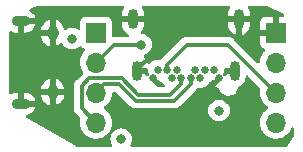
<source format=gbr>
%TF.GenerationSoftware,KiCad,Pcbnew,(6.0.0)*%
%TF.CreationDate,2022-07-25T11:20:30-04:00*%
%TF.ProjectId,dual_model_u,6475616c-5f6d-46f6-9465-6c5f752e6b69,rev?*%
%TF.SameCoordinates,Original*%
%TF.FileFunction,Copper,L4,Bot*%
%TF.FilePolarity,Positive*%
%FSLAX46Y46*%
G04 Gerber Fmt 4.6, Leading zero omitted, Abs format (unit mm)*
G04 Created by KiCad (PCBNEW (6.0.0)) date 2022-07-25 11:20:30*
%MOMM*%
%LPD*%
G01*
G04 APERTURE LIST*
%TA.AperFunction,ComponentPad*%
%ADD10C,0.640000*%
%TD*%
%TA.AperFunction,ComponentPad*%
%ADD11O,0.850000X1.700000*%
%TD*%
%TA.AperFunction,ComponentPad*%
%ADD12O,0.950000X1.250000*%
%TD*%
%TA.AperFunction,ComponentPad*%
%ADD13O,1.550000X0.890000*%
%TD*%
%TA.AperFunction,ComponentPad*%
%ADD14R,1.700000X1.700000*%
%TD*%
%TA.AperFunction,ComponentPad*%
%ADD15O,1.700000X1.700000*%
%TD*%
%TA.AperFunction,ViaPad*%
%ADD16C,0.800000*%
%TD*%
%TA.AperFunction,Conductor*%
%ADD17C,0.300000*%
%TD*%
G04 APERTURE END LIST*
D10*
%TO.P,J1,B1,GND*%
%TO.N,GND*%
X157220245Y-110522847D03*
%TO.P,J1,B2,TX2+*%
%TO.N,+3V3*%
X157620245Y-109822847D03*
%TO.P,J1,B3,TX2-*%
%TO.N,TX-*%
X158420245Y-109822847D03*
%TO.P,J1,B4,VBUS*%
%TO.N,VBUS*%
X158820245Y-110522847D03*
%TO.P,J1,B5,CC2*%
%TO.N,Net-(J1-PadB5)*%
X159220245Y-109822847D03*
%TO.P,J1,B6,D+*%
%TO.N,D+*%
X159620245Y-110522847D03*
%TO.P,J1,B7,D-*%
%TO.N,D-*%
X160420245Y-110522847D03*
%TO.P,J1,B8,SBU2*%
%TO.N,unconnected-(J1-PadB8)*%
X160820245Y-109822847D03*
%TO.P,J1,B9,VBUS*%
%TO.N,VBUS*%
X161220245Y-110522847D03*
%TO.P,J1,B10,RX1-*%
%TO.N,RX-*%
X161620245Y-109822847D03*
%TO.P,J1,B11,RX1+*%
%TO.N,DATA*%
X162420245Y-109822847D03*
%TO.P,J1,B12,GND*%
%TO.N,GND*%
X162820245Y-110522847D03*
D11*
%TO.P,J1,S1,SHIELD*%
X155900245Y-109932847D03*
X164140245Y-109932847D03*
X155540245Y-105532847D03*
X164510245Y-105532847D03*
%TD*%
D12*
%TO.P,J2,6,Shield*%
%TO.N,GND*%
X148720000Y-106720000D03*
X148720000Y-111720000D03*
D13*
X146020000Y-112720000D03*
X146020000Y-105720000D03*
%TD*%
D14*
%TO.P,J4,1,Pin_1*%
%TO.N,DATA*%
X152400000Y-106680000D03*
D15*
%TO.P,J4,2,Pin_2*%
%TO.N,RX-*%
X152400000Y-109220000D03*
%TO.P,J4,3,Pin_3*%
%TO.N,D-*%
X152400000Y-111760000D03*
%TO.P,J4,4,Pin_4*%
%TO.N,D+*%
X152400000Y-114300000D03*
%TD*%
D14*
%TO.P,J3,1,Pin_1*%
%TO.N,GND*%
X167640000Y-106680000D03*
D15*
%TO.P,J3,2,Pin_2*%
%TO.N,+3V3*%
X167640000Y-109220000D03*
%TO.P,J3,3,Pin_3*%
%TO.N,TX-*%
X167640000Y-111760000D03*
%TO.P,J3,4,Pin_4*%
%TO.N,VBUS*%
X167640000Y-114300000D03*
%TD*%
D16*
%TO.N,GND*%
X165100000Y-115316000D03*
X159766000Y-115316000D03*
%TO.N,VBUS*%
X150368000Y-107188000D03*
%TO.N,+3V3*%
X162814000Y-113284000D03*
%TO.N,RX-*%
X156210000Y-107696000D03*
%TO.N,Net-(J1-PadB5)*%
X154533600Y-115697000D03*
%TD*%
D17*
%TO.N,TX-*%
X160121452Y-107696000D02*
X163576000Y-107696000D01*
X158420000Y-109397452D02*
X160121452Y-107696000D01*
X163576000Y-107696000D02*
X167640000Y-111760000D01*
X158420000Y-109850000D02*
X158420000Y-109397452D01*
%TO.N,GND*%
X155900000Y-109960000D02*
X155900000Y-109784000D01*
X155900000Y-109784000D02*
X156718000Y-108966000D01*
%TO.N,D+*%
X159620000Y-111002548D02*
X158685527Y-111937021D01*
X154588183Y-110560489D02*
X151821511Y-110560489D01*
X155964715Y-111937021D02*
X154588183Y-110560489D01*
X151200489Y-111181511D02*
X151200489Y-113100489D01*
X151200489Y-113100489D02*
X152400000Y-114300000D01*
X151821511Y-110560489D02*
X151200489Y-111181511D01*
X158685527Y-111937021D02*
X155964715Y-111937021D01*
X159620000Y-110550000D02*
X159620000Y-111002548D01*
%TO.N,D-*%
X155757806Y-112436540D02*
X154381275Y-111060009D01*
X153099991Y-111060009D02*
X152400000Y-111760000D01*
X160420000Y-111002548D02*
X158986008Y-112436540D01*
X154381275Y-111060009D02*
X153099991Y-111060009D01*
X160420000Y-110550000D02*
X160420000Y-111002548D01*
X158986008Y-112436540D02*
X155757806Y-112436540D01*
%TO.N,RX-*%
X156210000Y-107696000D02*
X153924000Y-107696000D01*
X153924000Y-107696000D02*
X152400000Y-109220000D01*
%TD*%
%TA.AperFunction,Conductor*%
%TO.N,GND*%
G36*
X154724932Y-104414002D02*
G01*
X154771425Y-104467658D01*
X154781529Y-104537932D01*
X154765930Y-104583001D01*
X154686511Y-104720558D01*
X154681173Y-104732547D01*
X154624647Y-104906518D01*
X154621917Y-104919361D01*
X154607589Y-105055685D01*
X154607245Y-105062244D01*
X154607245Y-105260732D01*
X154611720Y-105275971D01*
X154613110Y-105277176D01*
X154620793Y-105278847D01*
X156455130Y-105278847D01*
X156470369Y-105274372D01*
X156471574Y-105272982D01*
X156473245Y-105265299D01*
X156473245Y-105062244D01*
X156472901Y-105055685D01*
X156458573Y-104919361D01*
X156455843Y-104906518D01*
X156399317Y-104732547D01*
X156393979Y-104720558D01*
X156314560Y-104583001D01*
X156297822Y-104514005D01*
X156321042Y-104446913D01*
X156376849Y-104403026D01*
X156423679Y-104394000D01*
X163626811Y-104394000D01*
X163694932Y-104414002D01*
X163741425Y-104467658D01*
X163751529Y-104537932D01*
X163735930Y-104583001D01*
X163656511Y-104720558D01*
X163651173Y-104732547D01*
X163594647Y-104906518D01*
X163591917Y-104919361D01*
X163577589Y-105055685D01*
X163577245Y-105062244D01*
X163577245Y-105260732D01*
X163581720Y-105275971D01*
X163583110Y-105277176D01*
X163590793Y-105278847D01*
X165425130Y-105278847D01*
X165440369Y-105274372D01*
X165441574Y-105272982D01*
X165443245Y-105265299D01*
X165443245Y-105062244D01*
X165442901Y-105055685D01*
X165428573Y-104919361D01*
X165425843Y-104906518D01*
X165369317Y-104732547D01*
X165363979Y-104720558D01*
X165284560Y-104583001D01*
X165267822Y-104514005D01*
X165291042Y-104446913D01*
X165346849Y-104403026D01*
X165393679Y-104394000D01*
X166740671Y-104394000D01*
X166792810Y-104405294D01*
X166884372Y-104446913D01*
X168280009Y-105081294D01*
X168333747Y-105127692D01*
X168353870Y-105195777D01*
X168333988Y-105263933D01*
X168280415Y-105310521D01*
X168227870Y-105322000D01*
X167912115Y-105322000D01*
X167896876Y-105326475D01*
X167895671Y-105327865D01*
X167894000Y-105335548D01*
X167894000Y-106808000D01*
X167873998Y-106876121D01*
X167820342Y-106922614D01*
X167768000Y-106934000D01*
X166300116Y-106934000D01*
X166284877Y-106938475D01*
X166283672Y-106939865D01*
X166282001Y-106947548D01*
X166282001Y-107574669D01*
X166282371Y-107581490D01*
X166287895Y-107632352D01*
X166291521Y-107647604D01*
X166336676Y-107768054D01*
X166345214Y-107783649D01*
X166421715Y-107885724D01*
X166434276Y-107898285D01*
X166536351Y-107974786D01*
X166551946Y-107983324D01*
X166660827Y-108024142D01*
X166717591Y-108066784D01*
X166742291Y-108133345D01*
X166727083Y-108202694D01*
X166707691Y-108229175D01*
X166587928Y-108354500D01*
X166580629Y-108362138D01*
X166577715Y-108366410D01*
X166577714Y-108366411D01*
X166569298Y-108378749D01*
X166454743Y-108546680D01*
X166439003Y-108580590D01*
X166367058Y-108735583D01*
X166360688Y-108749305D01*
X166300989Y-108964570D01*
X166300440Y-108969707D01*
X166278293Y-109176945D01*
X166251165Y-109242555D01*
X166192873Y-109283083D01*
X166121923Y-109285662D01*
X166063911Y-109252651D01*
X164099655Y-107288395D01*
X164091665Y-107279615D01*
X164091663Y-107279613D01*
X164087416Y-107272920D01*
X164060627Y-107247763D01*
X164035743Y-107224396D01*
X164032901Y-107221641D01*
X164012333Y-107201073D01*
X164008826Y-107198353D01*
X163999804Y-107190647D01*
X163996985Y-107188000D01*
X163966133Y-107159028D01*
X163959181Y-107155206D01*
X163947342Y-107148697D01*
X163930818Y-107137843D01*
X163920132Y-107129555D01*
X163913868Y-107124696D01*
X163906596Y-107121549D01*
X163906594Y-107121548D01*
X163871465Y-107106346D01*
X163860805Y-107101124D01*
X163827284Y-107082695D01*
X163827282Y-107082694D01*
X163820337Y-107078876D01*
X163799559Y-107073541D01*
X163780869Y-107067142D01*
X163761176Y-107058620D01*
X163715552Y-107051394D01*
X163703929Y-107048987D01*
X163669661Y-107040189D01*
X163659188Y-107037500D01*
X163637741Y-107037500D01*
X163618031Y-107035949D01*
X163604677Y-107033834D01*
X163596848Y-107032594D01*
X163550859Y-107036941D01*
X163539004Y-107037500D01*
X160203508Y-107037500D01*
X160191652Y-107036941D01*
X160191649Y-107036941D01*
X160183915Y-107035212D01*
X160128898Y-107036941D01*
X160113083Y-107037438D01*
X160109125Y-107037500D01*
X160080020Y-107037500D01*
X160075620Y-107038056D01*
X160063788Y-107038988D01*
X160017621Y-107040438D01*
X159997031Y-107046420D01*
X159977670Y-107050430D01*
X159970682Y-107051312D01*
X159964248Y-107052125D01*
X159964247Y-107052125D01*
X159956388Y-107053118D01*
X159949023Y-107056034D01*
X159949019Y-107056035D01*
X159913434Y-107070124D01*
X159902204Y-107073969D01*
X159857851Y-107086855D01*
X159851027Y-107090891D01*
X159839395Y-107097770D01*
X159821639Y-107106469D01*
X159801696Y-107114365D01*
X159787477Y-107124696D01*
X159764320Y-107141520D01*
X159754401Y-107148035D01*
X159721475Y-107167508D01*
X159721471Y-107167511D01*
X159714645Y-107171548D01*
X159699484Y-107186709D01*
X159684452Y-107199548D01*
X159667095Y-107212159D01*
X159662045Y-107218263D01*
X159662043Y-107218265D01*
X159637640Y-107247763D01*
X159629651Y-107256541D01*
X158012396Y-108873797D01*
X158003613Y-108881789D01*
X157996920Y-108886036D01*
X157991494Y-108891814D01*
X157948395Y-108937710D01*
X157945640Y-108940552D01*
X157925073Y-108961119D01*
X157922396Y-108964570D01*
X157922356Y-108964622D01*
X157914643Y-108973652D01*
X157912544Y-108975887D01*
X157851330Y-109011850D01*
X157794503Y-109012877D01*
X157741029Y-109001511D01*
X157713780Y-108995719D01*
X157713778Y-108995719D01*
X157707324Y-108994347D01*
X157533166Y-108994347D01*
X157526713Y-108995719D01*
X157526709Y-108995719D01*
X157450820Y-109011850D01*
X157362814Y-109030556D01*
X157356784Y-109033241D01*
X157356783Y-109033241D01*
X157209743Y-109098707D01*
X157209741Y-109098708D01*
X157203713Y-109101392D01*
X157198372Y-109105272D01*
X157198371Y-109105273D01*
X157086304Y-109186695D01*
X157062816Y-109203760D01*
X157002827Y-109270385D01*
X156942382Y-109307623D01*
X156871398Y-109306271D01*
X156812414Y-109266757D01*
X156789359Y-109225008D01*
X156759318Y-109132550D01*
X156753979Y-109120558D01*
X156662515Y-108962138D01*
X156654799Y-108951519D01*
X156532402Y-108815582D01*
X156522639Y-108806791D01*
X156481143Y-108776643D01*
X156437789Y-108720421D01*
X156431714Y-108649685D01*
X156464845Y-108586893D01*
X156503955Y-108559600D01*
X156660722Y-108489803D01*
X156660724Y-108489802D01*
X156666752Y-108487118D01*
X156821253Y-108374866D01*
X156836078Y-108358401D01*
X156944621Y-108237852D01*
X156944622Y-108237851D01*
X156949040Y-108232944D01*
X157044527Y-108067556D01*
X157103542Y-107885928D01*
X157105138Y-107870749D01*
X157122814Y-107702565D01*
X157123504Y-107696000D01*
X157119321Y-107656201D01*
X157104232Y-107512635D01*
X157104232Y-107512633D01*
X157103542Y-107506072D01*
X157044527Y-107324444D01*
X156949040Y-107159056D01*
X156935412Y-107143920D01*
X156825675Y-107022045D01*
X156825674Y-107022044D01*
X156821253Y-107017134D01*
X156666752Y-106904882D01*
X156660724Y-106902198D01*
X156660722Y-106902197D01*
X156498319Y-106829891D01*
X156498318Y-106829891D01*
X156492288Y-106827206D01*
X156305487Y-106787500D01*
X156305996Y-106785106D01*
X156250591Y-106762302D01*
X156209970Y-106704075D01*
X156207276Y-106633130D01*
X156235796Y-106579706D01*
X156294795Y-106514181D01*
X156302515Y-106503556D01*
X156393979Y-106345136D01*
X156399317Y-106333147D01*
X156455843Y-106159176D01*
X156458573Y-106146333D01*
X156472901Y-106010009D01*
X156473245Y-106003450D01*
X163577245Y-106003450D01*
X163577589Y-106010009D01*
X163591917Y-106146333D01*
X163594647Y-106159176D01*
X163651173Y-106333147D01*
X163656511Y-106345136D01*
X163747975Y-106503556D01*
X163755691Y-106514175D01*
X163878088Y-106650112D01*
X163887851Y-106658903D01*
X164035833Y-106766418D01*
X164047205Y-106772984D01*
X164214313Y-106847385D01*
X164226801Y-106851442D01*
X164238525Y-106853935D01*
X164252586Y-106852862D01*
X164256245Y-106842906D01*
X164256245Y-106839586D01*
X164764245Y-106839586D01*
X164768218Y-106853117D01*
X164778713Y-106854626D01*
X164793689Y-106851442D01*
X164806177Y-106847385D01*
X164973284Y-106772984D01*
X164984656Y-106766418D01*
X165132639Y-106658903D01*
X165142402Y-106650112D01*
X165264799Y-106514175D01*
X165272515Y-106503556D01*
X165327751Y-106407885D01*
X166282000Y-106407885D01*
X166286475Y-106423124D01*
X166287865Y-106424329D01*
X166295548Y-106426000D01*
X167367885Y-106426000D01*
X167383124Y-106421525D01*
X167384329Y-106420135D01*
X167386000Y-106412452D01*
X167386000Y-105340116D01*
X167381525Y-105324877D01*
X167380135Y-105323672D01*
X167372452Y-105322001D01*
X166745331Y-105322001D01*
X166738510Y-105322371D01*
X166687648Y-105327895D01*
X166672396Y-105331521D01*
X166551946Y-105376676D01*
X166536351Y-105385214D01*
X166434276Y-105461715D01*
X166421715Y-105474276D01*
X166345214Y-105576351D01*
X166336676Y-105591946D01*
X166291522Y-105712394D01*
X166287895Y-105727649D01*
X166282369Y-105778514D01*
X166282000Y-105785328D01*
X166282000Y-106407885D01*
X165327751Y-106407885D01*
X165363979Y-106345136D01*
X165369317Y-106333147D01*
X165425843Y-106159176D01*
X165428573Y-106146333D01*
X165442901Y-106010009D01*
X165443245Y-106003450D01*
X165443245Y-105804962D01*
X165438770Y-105789723D01*
X165437380Y-105788518D01*
X165429697Y-105786847D01*
X164782360Y-105786847D01*
X164767121Y-105791322D01*
X164765916Y-105792712D01*
X164764245Y-105800395D01*
X164764245Y-106839586D01*
X164256245Y-106839586D01*
X164256245Y-105804962D01*
X164251770Y-105789723D01*
X164250380Y-105788518D01*
X164242697Y-105786847D01*
X163595360Y-105786847D01*
X163580121Y-105791322D01*
X163578916Y-105792712D01*
X163577245Y-105800395D01*
X163577245Y-106003450D01*
X156473245Y-106003450D01*
X156473245Y-105804962D01*
X156468770Y-105789723D01*
X156467380Y-105788518D01*
X156459697Y-105786847D01*
X154625360Y-105786847D01*
X154610121Y-105791322D01*
X154608916Y-105792712D01*
X154607245Y-105800395D01*
X154607245Y-106003450D01*
X154607589Y-106010009D01*
X154621917Y-106146333D01*
X154624647Y-106159176D01*
X154681173Y-106333147D01*
X154686511Y-106345136D01*
X154777975Y-106503556D01*
X154785691Y-106514175D01*
X154908088Y-106650112D01*
X154917851Y-106658903D01*
X155065833Y-106766418D01*
X155077205Y-106772984D01*
X155129783Y-106796393D01*
X155183879Y-106842373D01*
X155204528Y-106910301D01*
X155185176Y-106978609D01*
X155131965Y-107025610D01*
X155078534Y-107037500D01*
X154006056Y-107037500D01*
X153994200Y-107036941D01*
X153994197Y-107036941D01*
X153986463Y-107035212D01*
X153931446Y-107036941D01*
X153915631Y-107037438D01*
X153911673Y-107037500D01*
X153884500Y-107037500D01*
X153816379Y-107017498D01*
X153769886Y-106963842D01*
X153758500Y-106911500D01*
X153758500Y-105781866D01*
X153751745Y-105719684D01*
X153700615Y-105583295D01*
X153613261Y-105466739D01*
X153496705Y-105379385D01*
X153360316Y-105328255D01*
X153298134Y-105321500D01*
X151501866Y-105321500D01*
X151439684Y-105328255D01*
X151303295Y-105379385D01*
X151186739Y-105466739D01*
X151099385Y-105583295D01*
X151048255Y-105719684D01*
X151041500Y-105781866D01*
X151041500Y-106307070D01*
X151021498Y-106375191D01*
X150967842Y-106421684D01*
X150897568Y-106431788D01*
X150841441Y-106409007D01*
X150824752Y-106396882D01*
X150818724Y-106394198D01*
X150818722Y-106394197D01*
X150656319Y-106321891D01*
X150656318Y-106321891D01*
X150650288Y-106319206D01*
X150556888Y-106299353D01*
X150469944Y-106280872D01*
X150469939Y-106280872D01*
X150463487Y-106279500D01*
X150272513Y-106279500D01*
X150266061Y-106280872D01*
X150266056Y-106280872D01*
X150179112Y-106299353D01*
X150085712Y-106319206D01*
X150079682Y-106321891D01*
X150079681Y-106321891D01*
X149917278Y-106394197D01*
X149917276Y-106394198D01*
X149911248Y-106396882D01*
X149905907Y-106400762D01*
X149905906Y-106400763D01*
X149877696Y-106421259D01*
X149810828Y-106445118D01*
X149741677Y-106429037D01*
X149692197Y-106378123D01*
X149683401Y-106357002D01*
X149630080Y-106186857D01*
X149625071Y-106175169D01*
X149534447Y-106011680D01*
X149527196Y-106001247D01*
X149405544Y-105859312D01*
X149396353Y-105850559D01*
X149248636Y-105735979D01*
X149237876Y-105729255D01*
X149070140Y-105646719D01*
X149058233Y-105642291D01*
X148991531Y-105624917D01*
X148977436Y-105625351D01*
X148974000Y-105633532D01*
X148974000Y-107805867D01*
X148977973Y-107819398D01*
X148984075Y-107820275D01*
X149147145Y-107760277D01*
X149158573Y-107754703D01*
X149317440Y-107656201D01*
X149327504Y-107648451D01*
X149378011Y-107600689D01*
X149441249Y-107568417D01*
X149511896Y-107575457D01*
X149567521Y-107619574D01*
X149573703Y-107629237D01*
X149625658Y-107719226D01*
X149625661Y-107719231D01*
X149628960Y-107724944D01*
X149633378Y-107729851D01*
X149633379Y-107729852D01*
X149748450Y-107857651D01*
X149756747Y-107866866D01*
X149800483Y-107898642D01*
X149905286Y-107974786D01*
X149911248Y-107979118D01*
X149917276Y-107981802D01*
X149917278Y-107981803D01*
X150079681Y-108054109D01*
X150085712Y-108056794D01*
X150179113Y-108076647D01*
X150266056Y-108095128D01*
X150266061Y-108095128D01*
X150272513Y-108096500D01*
X150463487Y-108096500D01*
X150469939Y-108095128D01*
X150469944Y-108095128D01*
X150556887Y-108076647D01*
X150650288Y-108056794D01*
X150656319Y-108054109D01*
X150818722Y-107981803D01*
X150818724Y-107981802D01*
X150824752Y-107979118D01*
X150830105Y-107975229D01*
X150973909Y-107870749D01*
X150973911Y-107870747D01*
X150979253Y-107866866D01*
X150983675Y-107861955D01*
X150988455Y-107857651D01*
X151052463Y-107826933D01*
X151122916Y-107835696D01*
X151173592Y-107875719D01*
X151186739Y-107893261D01*
X151303295Y-107980615D01*
X151311704Y-107983767D01*
X151311705Y-107983768D01*
X151420451Y-108024535D01*
X151477216Y-108067176D01*
X151501916Y-108133738D01*
X151486709Y-108203087D01*
X151467316Y-108229568D01*
X151340629Y-108362138D01*
X151337715Y-108366410D01*
X151337714Y-108366411D01*
X151329298Y-108378749D01*
X151214743Y-108546680D01*
X151199003Y-108580590D01*
X151127058Y-108735583D01*
X151120688Y-108749305D01*
X151060989Y-108964570D01*
X151037251Y-109186695D01*
X151037548Y-109191848D01*
X151037548Y-109191851D01*
X151044433Y-109311252D01*
X151050110Y-109409715D01*
X151051247Y-109414761D01*
X151051248Y-109414767D01*
X151060470Y-109455685D01*
X151099222Y-109627639D01*
X151183266Y-109834616D01*
X151185965Y-109839020D01*
X151295835Y-110018313D01*
X151314373Y-110086847D01*
X151292916Y-110154524D01*
X151277497Y-110173243D01*
X150792884Y-110657856D01*
X150784104Y-110665846D01*
X150784102Y-110665848D01*
X150777409Y-110670095D01*
X150771983Y-110675873D01*
X150771982Y-110675874D01*
X150728885Y-110721768D01*
X150726130Y-110724610D01*
X150705562Y-110745178D01*
X150702845Y-110748681D01*
X150695137Y-110757706D01*
X150663517Y-110791378D01*
X150659696Y-110798329D01*
X150659695Y-110798330D01*
X150653186Y-110810169D01*
X150642332Y-110826693D01*
X150634507Y-110836782D01*
X150629185Y-110843643D01*
X150626038Y-110850915D01*
X150626037Y-110850917D01*
X150610835Y-110886046D01*
X150605613Y-110896706D01*
X150587526Y-110929606D01*
X150583365Y-110937174D01*
X150578030Y-110957952D01*
X150571631Y-110976642D01*
X150563109Y-110996335D01*
X150560679Y-111011680D01*
X150555883Y-111041959D01*
X150553476Y-111053582D01*
X150541989Y-111098323D01*
X150541989Y-111119770D01*
X150540438Y-111139480D01*
X150537083Y-111160663D01*
X150537829Y-111168554D01*
X150541430Y-111206649D01*
X150541989Y-111218507D01*
X150541989Y-113018433D01*
X150541430Y-113030289D01*
X150539701Y-113038026D01*
X150539950Y-113045948D01*
X150541927Y-113108858D01*
X150541989Y-113112816D01*
X150541989Y-113141921D01*
X150542545Y-113146321D01*
X150543477Y-113158153D01*
X150544927Y-113204320D01*
X150549507Y-113220082D01*
X150550908Y-113224905D01*
X150554919Y-113244271D01*
X150557607Y-113265553D01*
X150560523Y-113272918D01*
X150560524Y-113272922D01*
X150574615Y-113308510D01*
X150578454Y-113319720D01*
X150591344Y-113364089D01*
X150602264Y-113382554D01*
X150610955Y-113400294D01*
X150618854Y-113420245D01*
X150632045Y-113438401D01*
X150646005Y-113457615D01*
X150652522Y-113467537D01*
X150671996Y-113500466D01*
X150671999Y-113500470D01*
X150676036Y-113507296D01*
X150691200Y-113522460D01*
X150704040Y-113537493D01*
X150716648Y-113554846D01*
X150752241Y-113584291D01*
X150761021Y-113592281D01*
X151042101Y-113873361D01*
X151076127Y-113935673D01*
X151074424Y-113996125D01*
X151060989Y-114044570D01*
X151037251Y-114266695D01*
X151037548Y-114271848D01*
X151037548Y-114271851D01*
X151043011Y-114366590D01*
X151050110Y-114489715D01*
X151051247Y-114494761D01*
X151051248Y-114494767D01*
X151071119Y-114582939D01*
X151099222Y-114707639D01*
X151137461Y-114801811D01*
X151179720Y-114905882D01*
X151183266Y-114914616D01*
X151299987Y-115105088D01*
X151446250Y-115273938D01*
X151618126Y-115416632D01*
X151811000Y-115529338D01*
X152019692Y-115609030D01*
X152024760Y-115610061D01*
X152024763Y-115610062D01*
X152132017Y-115631883D01*
X152238597Y-115653567D01*
X152243772Y-115653757D01*
X152243774Y-115653757D01*
X152456673Y-115661564D01*
X152456677Y-115661564D01*
X152461837Y-115661753D01*
X152466957Y-115661097D01*
X152466959Y-115661097D01*
X152678288Y-115634025D01*
X152678289Y-115634025D01*
X152683416Y-115633368D01*
X152688366Y-115631883D01*
X152892429Y-115570661D01*
X152892434Y-115570659D01*
X152897384Y-115569174D01*
X153097994Y-115470896D01*
X153279860Y-115341173D01*
X153438096Y-115183489D01*
X153450826Y-115165774D01*
X153565435Y-115006277D01*
X153568453Y-115002077D01*
X153667430Y-114801811D01*
X153732370Y-114588069D01*
X153761529Y-114366590D01*
X153763156Y-114300000D01*
X153744852Y-114077361D01*
X153690431Y-113860702D01*
X153601354Y-113655840D01*
X153515067Y-113522460D01*
X153482822Y-113472617D01*
X153482820Y-113472614D01*
X153480014Y-113468277D01*
X153329670Y-113303051D01*
X153325619Y-113299852D01*
X153325615Y-113299848D01*
X153305548Y-113284000D01*
X161900496Y-113284000D01*
X161901186Y-113290565D01*
X161919463Y-113464457D01*
X161920458Y-113473928D01*
X161979473Y-113655556D01*
X161982776Y-113661278D01*
X161982777Y-113661279D01*
X161999179Y-113689688D01*
X162074960Y-113820944D01*
X162079378Y-113825851D01*
X162079379Y-113825852D01*
X162110758Y-113860702D01*
X162202747Y-113962866D01*
X162357248Y-114075118D01*
X162363276Y-114077802D01*
X162363278Y-114077803D01*
X162525681Y-114150109D01*
X162531712Y-114152794D01*
X162625112Y-114172647D01*
X162712056Y-114191128D01*
X162712061Y-114191128D01*
X162718513Y-114192500D01*
X162909487Y-114192500D01*
X162915939Y-114191128D01*
X162915944Y-114191128D01*
X163002888Y-114172647D01*
X163096288Y-114152794D01*
X163102319Y-114150109D01*
X163264722Y-114077803D01*
X163264724Y-114077802D01*
X163270752Y-114075118D01*
X163425253Y-113962866D01*
X163517242Y-113860702D01*
X163548621Y-113825852D01*
X163548622Y-113825851D01*
X163553040Y-113820944D01*
X163628821Y-113689688D01*
X163645223Y-113661279D01*
X163645224Y-113661278D01*
X163648527Y-113655556D01*
X163707542Y-113473928D01*
X163708538Y-113464457D01*
X163726814Y-113290565D01*
X163727504Y-113284000D01*
X163723329Y-113244273D01*
X163708232Y-113100635D01*
X163708232Y-113100633D01*
X163707542Y-113094072D01*
X163648527Y-112912444D01*
X163553040Y-112747056D01*
X163520346Y-112710745D01*
X163429675Y-112610045D01*
X163429674Y-112610044D01*
X163425253Y-112605134D01*
X163270752Y-112492882D01*
X163264724Y-112490198D01*
X163264722Y-112490197D01*
X163102319Y-112417891D01*
X163102318Y-112417891D01*
X163096288Y-112415206D01*
X163002887Y-112395353D01*
X162915944Y-112376872D01*
X162915939Y-112376872D01*
X162909487Y-112375500D01*
X162718513Y-112375500D01*
X162712061Y-112376872D01*
X162712056Y-112376872D01*
X162625113Y-112395353D01*
X162531712Y-112415206D01*
X162525682Y-112417891D01*
X162525681Y-112417891D01*
X162363278Y-112490197D01*
X162363276Y-112490198D01*
X162357248Y-112492882D01*
X162202747Y-112605134D01*
X162198326Y-112610044D01*
X162198325Y-112610045D01*
X162107655Y-112710745D01*
X162074960Y-112747056D01*
X161979473Y-112912444D01*
X161920458Y-113094072D01*
X161919768Y-113100633D01*
X161919768Y-113100635D01*
X161904671Y-113244273D01*
X161900496Y-113284000D01*
X153305548Y-113284000D01*
X153158414Y-113167800D01*
X153158410Y-113167798D01*
X153154359Y-113164598D01*
X153113053Y-113141796D01*
X153063084Y-113091364D01*
X153048312Y-113021921D01*
X153073428Y-112955516D01*
X153100780Y-112928909D01*
X153169048Y-112880214D01*
X153279860Y-112801173D01*
X153328429Y-112752774D01*
X153425339Y-112656201D01*
X153438096Y-112643489D01*
X153497594Y-112560689D01*
X153565435Y-112466277D01*
X153568453Y-112462077D01*
X153571494Y-112455925D01*
X153665136Y-112266453D01*
X153665137Y-112266451D01*
X153667430Y-112261811D01*
X153732370Y-112048069D01*
X153761335Y-111828061D01*
X153790058Y-111763135D01*
X153849323Y-111724044D01*
X153886257Y-111718509D01*
X154056325Y-111718509D01*
X154124446Y-111738511D01*
X154145420Y-111755414D01*
X155234151Y-112844145D01*
X155242141Y-112852925D01*
X155246390Y-112859620D01*
X155252168Y-112865046D01*
X155252169Y-112865047D01*
X155298063Y-112908144D01*
X155300905Y-112910899D01*
X155321473Y-112931467D01*
X155324976Y-112934184D01*
X155334001Y-112941892D01*
X155367673Y-112973512D01*
X155374624Y-112977333D01*
X155374625Y-112977334D01*
X155386464Y-112983843D01*
X155402988Y-112994697D01*
X155413077Y-113002522D01*
X155419938Y-113007844D01*
X155427210Y-113010991D01*
X155427212Y-113010992D01*
X155462341Y-113026194D01*
X155473001Y-113031416D01*
X155502974Y-113047894D01*
X155513469Y-113053664D01*
X155534247Y-113058999D01*
X155552937Y-113065398D01*
X155572630Y-113073920D01*
X155607369Y-113079422D01*
X155618254Y-113081146D01*
X155629877Y-113083553D01*
X155646396Y-113087794D01*
X155674618Y-113095040D01*
X155696065Y-113095040D01*
X155715775Y-113096591D01*
X155736958Y-113099946D01*
X155782947Y-113095599D01*
X155794802Y-113095040D01*
X158903952Y-113095040D01*
X158915808Y-113095599D01*
X158915811Y-113095599D01*
X158923545Y-113097328D01*
X158994377Y-113095102D01*
X158998335Y-113095040D01*
X159027440Y-113095040D01*
X159031840Y-113094484D01*
X159043672Y-113093552D01*
X159089839Y-113092102D01*
X159110429Y-113086120D01*
X159129790Y-113082110D01*
X159137424Y-113081146D01*
X159143212Y-113080415D01*
X159143213Y-113080415D01*
X159151072Y-113079422D01*
X159158437Y-113076506D01*
X159158441Y-113076505D01*
X159194029Y-113062414D01*
X159205239Y-113058575D01*
X159249608Y-113045685D01*
X159268073Y-113034765D01*
X159285813Y-113026074D01*
X159305764Y-113018175D01*
X159343137Y-112991022D01*
X159353056Y-112984507D01*
X159385985Y-112965033D01*
X159385989Y-112965030D01*
X159392815Y-112960993D01*
X159407979Y-112945829D01*
X159423013Y-112932988D01*
X159440365Y-112920381D01*
X159469811Y-112884787D01*
X159477800Y-112876008D01*
X160827605Y-111526203D01*
X160836385Y-111518213D01*
X160836387Y-111518211D01*
X160843080Y-111513964D01*
X160891605Y-111462290D01*
X160894359Y-111459449D01*
X160914927Y-111438881D01*
X160917647Y-111435374D01*
X160925353Y-111426352D01*
X160951544Y-111398461D01*
X160956972Y-111392681D01*
X160958830Y-111389302D01*
X161013617Y-111347053D01*
X161085529Y-111341222D01*
X161126701Y-111349974D01*
X161126712Y-111349975D01*
X161133166Y-111351347D01*
X161307324Y-111351347D01*
X161313777Y-111349975D01*
X161313781Y-111349975D01*
X161392500Y-111333243D01*
X161477676Y-111315138D01*
X161506401Y-111302349D01*
X161630747Y-111246987D01*
X161630749Y-111246986D01*
X161636777Y-111244302D01*
X161672281Y-111218507D01*
X161772330Y-111145817D01*
X161772332Y-111145815D01*
X161777674Y-111141934D01*
X161782096Y-111137023D01*
X161889789Y-111017418D01*
X161889790Y-111017417D01*
X161894208Y-111012510D01*
X161928715Y-110952742D01*
X161980098Y-110903749D01*
X162049812Y-110890314D01*
X162061679Y-110892020D01*
X162082121Y-110895960D01*
X162091795Y-110892087D01*
X162295630Y-110688252D01*
X162357942Y-110654226D01*
X162384725Y-110651347D01*
X162507324Y-110651347D01*
X162513777Y-110649975D01*
X162513781Y-110649975D01*
X162618105Y-110627800D01*
X162677676Y-110615138D01*
X162705166Y-110602899D01*
X162775532Y-110593465D01*
X162839829Y-110623571D01*
X162877642Y-110683660D01*
X162876967Y-110754653D01*
X162869840Y-110771899D01*
X162868866Y-110773332D01*
X162866331Y-110779670D01*
X162838405Y-110849489D01*
X162810511Y-110891791D01*
X162454467Y-111247835D01*
X162447707Y-111260215D01*
X162451218Y-111264905D01*
X162556944Y-111311977D01*
X162569423Y-111316032D01*
X162720460Y-111348135D01*
X162782934Y-111381863D01*
X162815740Y-111437922D01*
X162829015Y-111486117D01*
X162914743Y-111648714D01*
X162919148Y-111653927D01*
X162919151Y-111653931D01*
X163007448Y-111758416D01*
X163033386Y-111789109D01*
X163038810Y-111793256D01*
X163038811Y-111793257D01*
X163173989Y-111896609D01*
X163173993Y-111896612D01*
X163179410Y-111900753D01*
X163346000Y-111978435D01*
X163426087Y-111996337D01*
X163520342Y-112017406D01*
X163520348Y-112017407D01*
X163525386Y-112018533D01*
X163531003Y-112018847D01*
X163666169Y-112018847D01*
X163802982Y-112003984D01*
X163892079Y-111974000D01*
X163970729Y-111947532D01*
X163970732Y-111947531D01*
X163977194Y-111945356D01*
X164134752Y-111850685D01*
X164235499Y-111755414D01*
X164263352Y-111729075D01*
X164263353Y-111729074D01*
X164268306Y-111724390D01*
X164371624Y-111572362D01*
X164374156Y-111566032D01*
X164374158Y-111566028D01*
X164437349Y-111408038D01*
X164439886Y-111401695D01*
X164456679Y-111300256D01*
X164487537Y-111236318D01*
X164529737Y-111205729D01*
X164603284Y-111172984D01*
X164614656Y-111166418D01*
X164762639Y-111058903D01*
X164772402Y-111050112D01*
X164894799Y-110914175D01*
X164902515Y-110903556D01*
X164993979Y-110745136D01*
X164999317Y-110733147D01*
X165055843Y-110559176D01*
X165058573Y-110546333D01*
X165072475Y-110414064D01*
X165099488Y-110348408D01*
X165157710Y-110307778D01*
X165228655Y-110305075D01*
X165286880Y-110338140D01*
X166282101Y-111333361D01*
X166316127Y-111395673D01*
X166314424Y-111456125D01*
X166300989Y-111504570D01*
X166277251Y-111726695D01*
X166277548Y-111731848D01*
X166277548Y-111731851D01*
X166283936Y-111842644D01*
X166290110Y-111949715D01*
X166291247Y-111954761D01*
X166291248Y-111954767D01*
X166305619Y-112018533D01*
X166339222Y-112167639D01*
X166423266Y-112374616D01*
X166425965Y-112379020D01*
X166506471Y-112510394D01*
X166539987Y-112565088D01*
X166686250Y-112733938D01*
X166858126Y-112876632D01*
X166916767Y-112910899D01*
X166931445Y-112919476D01*
X166980169Y-112971114D01*
X166993240Y-113040897D01*
X166966509Y-113106669D01*
X166926055Y-113140027D01*
X166913607Y-113146507D01*
X166909474Y-113149610D01*
X166909471Y-113149612D01*
X166739227Y-113277435D01*
X166734965Y-113280635D01*
X166731393Y-113284373D01*
X166594097Y-113428045D01*
X166580629Y-113442138D01*
X166577715Y-113446410D01*
X166577714Y-113446411D01*
X166565404Y-113464457D01*
X166454743Y-113626680D01*
X166360688Y-113829305D01*
X166300989Y-114044570D01*
X166277251Y-114266695D01*
X166277548Y-114271848D01*
X166277548Y-114271851D01*
X166283011Y-114366590D01*
X166290110Y-114489715D01*
X166291247Y-114494761D01*
X166291248Y-114494767D01*
X166311119Y-114582939D01*
X166339222Y-114707639D01*
X166377461Y-114801811D01*
X166419720Y-114905882D01*
X166423266Y-114914616D01*
X166539987Y-115105088D01*
X166686250Y-115273938D01*
X166858126Y-115416632D01*
X167051000Y-115529338D01*
X167259692Y-115609030D01*
X167264760Y-115610061D01*
X167264763Y-115610062D01*
X167372017Y-115631883D01*
X167478597Y-115653567D01*
X167483772Y-115653757D01*
X167483774Y-115653757D01*
X167696673Y-115661564D01*
X167696677Y-115661564D01*
X167701837Y-115661753D01*
X167706957Y-115661097D01*
X167706959Y-115661097D01*
X167918288Y-115634025D01*
X167918289Y-115634025D01*
X167923416Y-115633368D01*
X167928366Y-115631883D01*
X168132429Y-115570661D01*
X168132434Y-115570659D01*
X168137384Y-115569174D01*
X168337994Y-115470896D01*
X168519860Y-115341173D01*
X168678096Y-115183489D01*
X168690826Y-115165774D01*
X168805435Y-115006277D01*
X168808453Y-115002077D01*
X168907430Y-114801811D01*
X168917442Y-114768858D01*
X168956383Y-114709494D01*
X169021237Y-114680607D01*
X169091413Y-114691369D01*
X169144631Y-114738362D01*
X169164000Y-114805487D01*
X169164000Y-115394393D01*
X169146045Y-115459218D01*
X168681209Y-116233944D01*
X168659079Y-116270827D01*
X168606880Y-116318949D01*
X168551035Y-116332000D01*
X155434266Y-116332000D01*
X155366145Y-116311998D01*
X155319652Y-116258342D01*
X155309548Y-116188068D01*
X155325147Y-116143000D01*
X155364823Y-116074279D01*
X155364824Y-116074278D01*
X155368127Y-116068556D01*
X155427142Y-115886928D01*
X155436270Y-115800085D01*
X155446414Y-115703565D01*
X155447104Y-115697000D01*
X155443380Y-115661564D01*
X155427832Y-115513635D01*
X155427832Y-115513633D01*
X155427142Y-115507072D01*
X155368127Y-115325444D01*
X155272640Y-115160056D01*
X155144853Y-115018134D01*
X155008435Y-114919020D01*
X154995694Y-114909763D01*
X154995693Y-114909762D01*
X154990352Y-114905882D01*
X154984324Y-114903198D01*
X154984322Y-114903197D01*
X154821919Y-114830891D01*
X154821918Y-114830891D01*
X154815888Y-114828206D01*
X154709004Y-114805487D01*
X154635544Y-114789872D01*
X154635539Y-114789872D01*
X154629087Y-114788500D01*
X154438113Y-114788500D01*
X154431661Y-114789872D01*
X154431656Y-114789872D01*
X154358196Y-114805487D01*
X154251312Y-114828206D01*
X154245282Y-114830891D01*
X154245281Y-114830891D01*
X154082878Y-114903197D01*
X154082876Y-114903198D01*
X154076848Y-114905882D01*
X154071507Y-114909762D01*
X154071506Y-114909763D01*
X154058765Y-114919020D01*
X153922347Y-115018134D01*
X153794560Y-115160056D01*
X153699073Y-115325444D01*
X153640058Y-115507072D01*
X153639368Y-115513633D01*
X153639368Y-115513635D01*
X153623820Y-115661564D01*
X153620096Y-115697000D01*
X153620786Y-115703565D01*
X153630931Y-115800085D01*
X153640058Y-115886928D01*
X153699073Y-116068556D01*
X153702376Y-116074278D01*
X153702377Y-116074279D01*
X153742053Y-116143000D01*
X153758791Y-116211996D01*
X153735570Y-116279087D01*
X153679763Y-116322974D01*
X153632934Y-116332000D01*
X150793402Y-116332000D01*
X150729914Y-116314836D01*
X146550519Y-113876855D01*
X146501756Y-113825254D01*
X146488632Y-113755481D01*
X146515314Y-113689688D01*
X146576328Y-113647785D01*
X146721264Y-113602365D01*
X146732952Y-113597356D01*
X146891111Y-113509686D01*
X146901544Y-113502435D01*
X147038843Y-113384756D01*
X147047612Y-113375547D01*
X147158442Y-113232667D01*
X147165178Y-113221887D01*
X147245019Y-113059626D01*
X147249445Y-113047727D01*
X147264082Y-112991531D01*
X147263648Y-112977436D01*
X147255467Y-112974000D01*
X145892000Y-112974000D01*
X145823879Y-112953998D01*
X145777386Y-112900342D01*
X145766000Y-112848000D01*
X145766000Y-112447885D01*
X146274000Y-112447885D01*
X146278475Y-112463124D01*
X146279865Y-112464329D01*
X146287548Y-112466000D01*
X147253901Y-112466000D01*
X147267432Y-112462027D01*
X147268309Y-112455925D01*
X147213170Y-112306064D01*
X147207608Y-112294658D01*
X147112309Y-112140956D01*
X147104560Y-112130895D01*
X146980310Y-111999504D01*
X146970690Y-111991201D01*
X146969967Y-111990695D01*
X147744191Y-111990695D01*
X147751467Y-112062331D01*
X147754021Y-112074770D01*
X147809920Y-112253143D01*
X147814929Y-112264831D01*
X147905553Y-112428320D01*
X147912804Y-112438753D01*
X148034456Y-112580688D01*
X148043647Y-112589441D01*
X148191364Y-112704021D01*
X148202124Y-112710745D01*
X148369860Y-112793281D01*
X148381767Y-112797709D01*
X148448469Y-112815083D01*
X148462564Y-112814649D01*
X148466000Y-112806468D01*
X148466000Y-112805867D01*
X148974000Y-112805867D01*
X148977973Y-112819398D01*
X148984075Y-112820275D01*
X149147145Y-112760277D01*
X149158573Y-112754703D01*
X149317440Y-112656201D01*
X149327504Y-112648451D01*
X149463322Y-112520014D01*
X149471625Y-112510394D01*
X149578845Y-112357269D01*
X149585042Y-112346180D01*
X149659284Y-112174618D01*
X149663123Y-112162515D01*
X149698801Y-111991736D01*
X149697678Y-111977675D01*
X149687571Y-111974000D01*
X148992115Y-111974000D01*
X148976876Y-111978475D01*
X148975671Y-111979865D01*
X148974000Y-111987548D01*
X148974000Y-112805867D01*
X148466000Y-112805867D01*
X148466000Y-111992115D01*
X148461525Y-111976876D01*
X148460135Y-111975671D01*
X148452452Y-111974000D01*
X147760610Y-111974000D01*
X147746250Y-111978216D01*
X147744191Y-111990695D01*
X146969967Y-111990695D01*
X146822557Y-111887477D01*
X146811469Y-111881280D01*
X146645505Y-111809460D01*
X146633393Y-111805618D01*
X146454866Y-111768323D01*
X146445334Y-111767085D01*
X146442111Y-111767000D01*
X146292115Y-111767000D01*
X146276876Y-111771475D01*
X146275671Y-111772865D01*
X146274000Y-111780548D01*
X146274000Y-112447885D01*
X145766000Y-112447885D01*
X145766000Y-111785115D01*
X145761525Y-111769876D01*
X145760135Y-111768671D01*
X145752452Y-111767000D01*
X145644808Y-111767000D01*
X145638433Y-111767323D01*
X145503733Y-111781005D01*
X145491293Y-111783559D01*
X145318736Y-111837635D01*
X145307048Y-111842644D01*
X145221086Y-111890294D01*
X145151810Y-111905826D01*
X145085133Y-111881438D01*
X145042226Y-111824873D01*
X145034000Y-111780092D01*
X145034000Y-111448264D01*
X147741199Y-111448264D01*
X147742322Y-111462325D01*
X147752429Y-111466000D01*
X148447885Y-111466000D01*
X148463124Y-111461525D01*
X148464329Y-111460135D01*
X148466000Y-111452452D01*
X148466000Y-111447885D01*
X148974000Y-111447885D01*
X148978475Y-111463124D01*
X148979865Y-111464329D01*
X148987548Y-111466000D01*
X149679390Y-111466000D01*
X149693750Y-111461784D01*
X149695809Y-111449305D01*
X149688533Y-111377669D01*
X149685979Y-111365230D01*
X149630080Y-111186857D01*
X149625071Y-111175169D01*
X149534447Y-111011680D01*
X149527196Y-111001247D01*
X149405544Y-110859312D01*
X149396353Y-110850559D01*
X149248636Y-110735979D01*
X149237876Y-110729255D01*
X149070140Y-110646719D01*
X149058233Y-110642291D01*
X148991531Y-110624917D01*
X148977436Y-110625351D01*
X148974000Y-110633532D01*
X148974000Y-111447885D01*
X148466000Y-111447885D01*
X148466000Y-110634133D01*
X148462027Y-110620602D01*
X148455925Y-110619725D01*
X148292855Y-110679723D01*
X148281427Y-110685297D01*
X148122560Y-110783799D01*
X148112496Y-110791549D01*
X147976678Y-110919986D01*
X147968375Y-110929606D01*
X147861155Y-111082731D01*
X147854958Y-111093820D01*
X147780716Y-111265382D01*
X147776877Y-111277485D01*
X147741199Y-111448264D01*
X145034000Y-111448264D01*
X145034000Y-106990695D01*
X147744191Y-106990695D01*
X147751467Y-107062331D01*
X147754021Y-107074770D01*
X147809920Y-107253143D01*
X147814929Y-107264831D01*
X147905553Y-107428320D01*
X147912804Y-107438753D01*
X148034456Y-107580688D01*
X148043647Y-107589441D01*
X148191364Y-107704021D01*
X148202124Y-107710745D01*
X148369860Y-107793281D01*
X148381767Y-107797709D01*
X148448469Y-107815083D01*
X148462564Y-107814649D01*
X148466000Y-107806468D01*
X148466000Y-106992115D01*
X148461525Y-106976876D01*
X148460135Y-106975671D01*
X148452452Y-106974000D01*
X147760610Y-106974000D01*
X147746250Y-106978216D01*
X147744191Y-106990695D01*
X145034000Y-106990695D01*
X145034000Y-106664763D01*
X145054002Y-106596642D01*
X145107658Y-106550149D01*
X145177932Y-106540045D01*
X145221469Y-106554774D01*
X145228529Y-106558720D01*
X145394495Y-106630540D01*
X145406607Y-106634382D01*
X145585134Y-106671677D01*
X145594666Y-106672915D01*
X145597889Y-106673000D01*
X145747885Y-106673000D01*
X145763124Y-106668525D01*
X145764329Y-106667135D01*
X145766000Y-106659452D01*
X145766000Y-106654885D01*
X146274000Y-106654885D01*
X146278475Y-106670124D01*
X146279865Y-106671329D01*
X146287548Y-106673000D01*
X146395192Y-106673000D01*
X146401567Y-106672677D01*
X146536267Y-106658995D01*
X146548707Y-106656441D01*
X146721264Y-106602365D01*
X146732952Y-106597356D01*
X146891111Y-106509686D01*
X146901544Y-106502435D01*
X146964747Y-106448264D01*
X147741199Y-106448264D01*
X147742322Y-106462325D01*
X147752429Y-106466000D01*
X148447885Y-106466000D01*
X148463124Y-106461525D01*
X148464329Y-106460135D01*
X148466000Y-106452452D01*
X148466000Y-105634133D01*
X148462027Y-105620602D01*
X148455925Y-105619725D01*
X148292855Y-105679723D01*
X148281427Y-105685297D01*
X148122560Y-105783799D01*
X148112496Y-105791549D01*
X147976678Y-105919986D01*
X147968375Y-105929606D01*
X147861155Y-106082731D01*
X147854958Y-106093820D01*
X147780716Y-106265382D01*
X147776877Y-106277485D01*
X147741199Y-106448264D01*
X146964747Y-106448264D01*
X147038843Y-106384756D01*
X147047612Y-106375547D01*
X147158442Y-106232667D01*
X147165178Y-106221887D01*
X147245019Y-106059626D01*
X147249445Y-106047727D01*
X147264082Y-105991531D01*
X147263648Y-105977436D01*
X147255467Y-105974000D01*
X146292115Y-105974000D01*
X146276876Y-105978475D01*
X146275671Y-105979865D01*
X146274000Y-105987548D01*
X146274000Y-106654885D01*
X145766000Y-106654885D01*
X145766000Y-105592000D01*
X145786002Y-105523879D01*
X145839658Y-105477386D01*
X145892000Y-105466000D01*
X147253901Y-105466000D01*
X147267432Y-105462027D01*
X147268309Y-105455925D01*
X147213170Y-105306064D01*
X147207608Y-105294658D01*
X147112309Y-105140956D01*
X147104560Y-105130895D01*
X146980310Y-104999504D01*
X146970690Y-104991201D01*
X146817328Y-104883815D01*
X146818588Y-104882015D01*
X146775918Y-104838502D01*
X146761505Y-104768984D01*
X146786964Y-104702709D01*
X146834951Y-104664494D01*
X147014236Y-104583001D01*
X147405191Y-104405294D01*
X147457330Y-104394000D01*
X154656811Y-104394000D01*
X154724932Y-104414002D01*
G37*
%TD.AperFunction*%
%TA.AperFunction,Conductor*%
G36*
X157245753Y-110563020D02*
G01*
X157356779Y-110612452D01*
X157356787Y-110612455D01*
X157362814Y-110615138D01*
X157422385Y-110627800D01*
X157526709Y-110649975D01*
X157526713Y-110649975D01*
X157533166Y-110651347D01*
X157655765Y-110651347D01*
X157723886Y-110671349D01*
X157744860Y-110688252D01*
X157945051Y-110888443D01*
X157958995Y-110896057D01*
X157990442Y-110893808D01*
X157994865Y-110892158D01*
X158064240Y-110907243D01*
X158112984Y-110954836D01*
X158146282Y-111012510D01*
X158196437Y-111068212D01*
X158227153Y-111132219D01*
X158218388Y-111202672D01*
X158172925Y-111257203D01*
X158102799Y-111278521D01*
X157668899Y-111278521D01*
X157600778Y-111258519D01*
X157579804Y-111241616D01*
X157105410Y-110767222D01*
X157071384Y-110704910D01*
X157076449Y-110634095D01*
X157118996Y-110577259D01*
X157185516Y-110552448D01*
X157245753Y-110563020D01*
G37*
%TD.AperFunction*%
%TA.AperFunction,Conductor*%
G36*
X156730500Y-109698849D02*
G01*
X156776993Y-109752505D01*
X156786325Y-109809676D01*
X156787871Y-109809676D01*
X156787871Y-109816282D01*
X156787181Y-109822847D01*
X156787871Y-109829412D01*
X156799848Y-109943365D01*
X156805385Y-109996051D01*
X156859203Y-110161685D01*
X156862506Y-110167407D01*
X156862507Y-110167408D01*
X156871526Y-110183029D01*
X156888264Y-110252024D01*
X156865044Y-110319116D01*
X156809237Y-110363003D01*
X156738561Y-110369752D01*
X156673312Y-110335124D01*
X156537847Y-110199659D01*
X156514385Y-110186847D01*
X155772245Y-110186847D01*
X155704124Y-110166845D01*
X155657631Y-110113189D01*
X155646245Y-110060847D01*
X155646245Y-109804847D01*
X155666247Y-109736726D01*
X155719903Y-109690233D01*
X155772245Y-109678847D01*
X156662379Y-109678847D01*
X156730500Y-109698849D01*
G37*
%TD.AperFunction*%
%TA.AperFunction,Conductor*%
G36*
X164336366Y-109698849D02*
G01*
X164382859Y-109752505D01*
X164394245Y-109804847D01*
X164394245Y-110060847D01*
X164374243Y-110128968D01*
X164320587Y-110175461D01*
X164268245Y-110186847D01*
X163533570Y-110186847D01*
X163507925Y-110194377D01*
X163367178Y-110335124D01*
X163304866Y-110369150D01*
X163234051Y-110364085D01*
X163177215Y-110321538D01*
X163152404Y-110255018D01*
X163168964Y-110183029D01*
X163177983Y-110167408D01*
X163177984Y-110167407D01*
X163181287Y-110161685D01*
X163235105Y-109996051D01*
X163240643Y-109943365D01*
X163252619Y-109829412D01*
X163253309Y-109822847D01*
X163252619Y-109816282D01*
X163252619Y-109809676D01*
X163254329Y-109809676D01*
X163265568Y-109748190D01*
X163314065Y-109696338D01*
X163378111Y-109678847D01*
X164268245Y-109678847D01*
X164336366Y-109698849D01*
G37*
%TD.AperFunction*%
%TD*%
M02*

</source>
